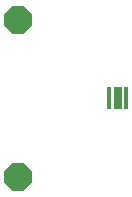
<source format=gbs>
G75*
%MOIN*%
%OFA0B0*%
%FSLAX25Y25*%
%IPPOS*%
%LPD*%
%AMOC8*
5,1,8,0,0,1.08239X$1,22.5*
%
%ADD10R,0.02769X0.07493*%
%ADD11R,0.01784X0.07493*%
%ADD12OC8,0.09400*%
D10*
X0046600Y0047850D03*
D11*
X0043746Y0047850D03*
X0049454Y0047850D03*
D12*
X0013475Y0021600D03*
X0013475Y0074100D03*
M02*

</source>
